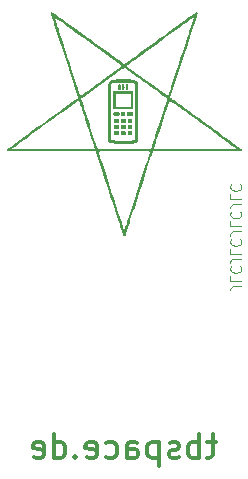
<source format=gbr>
%TF.GenerationSoftware,KiCad,Pcbnew,(6.0.4-0)*%
%TF.CreationDate,2022-12-11T03:25:18+01:00*%
%TF.ProjectId,Gigaset-Debug-Adapter,47696761-7365-4742-9d44-656275672d41,rev?*%
%TF.SameCoordinates,Original*%
%TF.FileFunction,Legend,Bot*%
%TF.FilePolarity,Positive*%
%FSLAX46Y46*%
G04 Gerber Fmt 4.6, Leading zero omitted, Abs format (unit mm)*
G04 Created by KiCad (PCBNEW (6.0.4-0)) date 2022-12-11 03:25:18*
%MOMM*%
%LPD*%
G01*
G04 APERTURE LIST*
%ADD10C,0.300000*%
%ADD11C,0.120000*%
G04 APERTURE END LIST*
D10*
X88957142Y-79571428D02*
X88195238Y-79571428D01*
X88671428Y-78904761D02*
X88671428Y-80619047D01*
X88576190Y-80809523D01*
X88385714Y-80904761D01*
X88195238Y-80904761D01*
X87528571Y-80904761D02*
X87528571Y-78904761D01*
X87528571Y-79666666D02*
X87338095Y-79571428D01*
X86957142Y-79571428D01*
X86766666Y-79666666D01*
X86671428Y-79761904D01*
X86576190Y-79952380D01*
X86576190Y-80523809D01*
X86671428Y-80714285D01*
X86766666Y-80809523D01*
X86957142Y-80904761D01*
X87338095Y-80904761D01*
X87528571Y-80809523D01*
X85814285Y-80809523D02*
X85623809Y-80904761D01*
X85242857Y-80904761D01*
X85052380Y-80809523D01*
X84957142Y-80619047D01*
X84957142Y-80523809D01*
X85052380Y-80333333D01*
X85242857Y-80238095D01*
X85528571Y-80238095D01*
X85719047Y-80142857D01*
X85814285Y-79952380D01*
X85814285Y-79857142D01*
X85719047Y-79666666D01*
X85528571Y-79571428D01*
X85242857Y-79571428D01*
X85052380Y-79666666D01*
X84100000Y-79571428D02*
X84100000Y-81571428D01*
X84100000Y-79666666D02*
X83909523Y-79571428D01*
X83528571Y-79571428D01*
X83338095Y-79666666D01*
X83242857Y-79761904D01*
X83147619Y-79952380D01*
X83147619Y-80523809D01*
X83242857Y-80714285D01*
X83338095Y-80809523D01*
X83528571Y-80904761D01*
X83909523Y-80904761D01*
X84100000Y-80809523D01*
X81433333Y-80904761D02*
X81433333Y-79857142D01*
X81528571Y-79666666D01*
X81719047Y-79571428D01*
X82100000Y-79571428D01*
X82290476Y-79666666D01*
X81433333Y-80809523D02*
X81623809Y-80904761D01*
X82100000Y-80904761D01*
X82290476Y-80809523D01*
X82385714Y-80619047D01*
X82385714Y-80428571D01*
X82290476Y-80238095D01*
X82100000Y-80142857D01*
X81623809Y-80142857D01*
X81433333Y-80047619D01*
X79623809Y-80809523D02*
X79814285Y-80904761D01*
X80195238Y-80904761D01*
X80385714Y-80809523D01*
X80480952Y-80714285D01*
X80576190Y-80523809D01*
X80576190Y-79952380D01*
X80480952Y-79761904D01*
X80385714Y-79666666D01*
X80195238Y-79571428D01*
X79814285Y-79571428D01*
X79623809Y-79666666D01*
X78004761Y-80809523D02*
X78195238Y-80904761D01*
X78576190Y-80904761D01*
X78766666Y-80809523D01*
X78861904Y-80619047D01*
X78861904Y-79857142D01*
X78766666Y-79666666D01*
X78576190Y-79571428D01*
X78195238Y-79571428D01*
X78004761Y-79666666D01*
X77909523Y-79857142D01*
X77909523Y-80047619D01*
X78861904Y-80238095D01*
X77052380Y-80714285D02*
X76957142Y-80809523D01*
X77052380Y-80904761D01*
X77147619Y-80809523D01*
X77052380Y-80714285D01*
X77052380Y-80904761D01*
X75242857Y-80904761D02*
X75242857Y-78904761D01*
X75242857Y-80809523D02*
X75433333Y-80904761D01*
X75814285Y-80904761D01*
X76004761Y-80809523D01*
X76100000Y-80714285D01*
X76195238Y-80523809D01*
X76195238Y-79952380D01*
X76100000Y-79761904D01*
X76004761Y-79666666D01*
X75814285Y-79571428D01*
X75433333Y-79571428D01*
X75242857Y-79666666D01*
X73528571Y-80809523D02*
X73719047Y-80904761D01*
X74100000Y-80904761D01*
X74290476Y-80809523D01*
X74385714Y-80619047D01*
X74385714Y-79857142D01*
X74290476Y-79666666D01*
X74100000Y-79571428D01*
X73719047Y-79571428D01*
X73528571Y-79666666D01*
X73433333Y-79857142D01*
X73433333Y-80047619D01*
X74385714Y-80238095D01*
D11*
X91082857Y-66357142D02*
X90440000Y-66357142D01*
X90311428Y-66400000D01*
X90225714Y-66485714D01*
X90182857Y-66614285D01*
X90182857Y-66700000D01*
X90182857Y-65500000D02*
X90182857Y-65928571D01*
X91082857Y-65928571D01*
X90268571Y-64685714D02*
X90225714Y-64728571D01*
X90182857Y-64857142D01*
X90182857Y-64942857D01*
X90225714Y-65071428D01*
X90311428Y-65157142D01*
X90397142Y-65200000D01*
X90568571Y-65242857D01*
X90697142Y-65242857D01*
X90868571Y-65200000D01*
X90954285Y-65157142D01*
X91040000Y-65071428D01*
X91082857Y-64942857D01*
X91082857Y-64857142D01*
X91040000Y-64728571D01*
X90997142Y-64685714D01*
X91082857Y-64042857D02*
X90440000Y-64042857D01*
X90311428Y-64085714D01*
X90225714Y-64171428D01*
X90182857Y-64300000D01*
X90182857Y-64385714D01*
X90182857Y-63185714D02*
X90182857Y-63614285D01*
X91082857Y-63614285D01*
X90268571Y-62371428D02*
X90225714Y-62414285D01*
X90182857Y-62542857D01*
X90182857Y-62628571D01*
X90225714Y-62757142D01*
X90311428Y-62842857D01*
X90397142Y-62885714D01*
X90568571Y-62928571D01*
X90697142Y-62928571D01*
X90868571Y-62885714D01*
X90954285Y-62842857D01*
X91040000Y-62757142D01*
X91082857Y-62628571D01*
X91082857Y-62542857D01*
X91040000Y-62414285D01*
X90997142Y-62371428D01*
X91082857Y-61728571D02*
X90440000Y-61728571D01*
X90311428Y-61771428D01*
X90225714Y-61857142D01*
X90182857Y-61985714D01*
X90182857Y-62071428D01*
X90182857Y-60871428D02*
X90182857Y-61300000D01*
X91082857Y-61300000D01*
X90268571Y-60057142D02*
X90225714Y-60100000D01*
X90182857Y-60228571D01*
X90182857Y-60314285D01*
X90225714Y-60442857D01*
X90311428Y-60528571D01*
X90397142Y-60571428D01*
X90568571Y-60614285D01*
X90697142Y-60614285D01*
X90868571Y-60571428D01*
X90954285Y-60528571D01*
X91040000Y-60442857D01*
X91082857Y-60314285D01*
X91082857Y-60228571D01*
X91040000Y-60100000D01*
X90997142Y-60057142D01*
X91082857Y-59414285D02*
X90440000Y-59414285D01*
X90311428Y-59457142D01*
X90225714Y-59542857D01*
X90182857Y-59671428D01*
X90182857Y-59757142D01*
X90182857Y-58557142D02*
X90182857Y-58985714D01*
X91082857Y-58985714D01*
X90268571Y-57742857D02*
X90225714Y-57785714D01*
X90182857Y-57914285D01*
X90182857Y-58000000D01*
X90225714Y-58128571D01*
X90311428Y-58214285D01*
X90397142Y-58257142D01*
X90568571Y-58300000D01*
X90697142Y-58300000D01*
X90868571Y-58257142D01*
X90954285Y-58214285D01*
X91040000Y-58128571D01*
X91082857Y-58000000D01*
X91082857Y-57914285D01*
X91040000Y-57785714D01*
X90997142Y-57742857D01*
%TO.C,G\u002A\u002A\u002A*%
G36*
X81448162Y-49241083D02*
G01*
X81468517Y-49251726D01*
X81474259Y-49267866D01*
X81472673Y-49275340D01*
X81488900Y-49283333D01*
X81490642Y-49283363D01*
X81508625Y-49289477D01*
X81520905Y-49309580D01*
X81528463Y-49348495D01*
X81532280Y-49411047D01*
X81533334Y-49502060D01*
X81531730Y-49582524D01*
X81524763Y-49647810D01*
X81510255Y-49691428D01*
X81486053Y-49719480D01*
X81450000Y-49738066D01*
X81434890Y-49743190D01*
X81395575Y-49746321D01*
X81357353Y-49726373D01*
X81345246Y-49715061D01*
X81334396Y-49693973D01*
X81327305Y-49659158D01*
X81322763Y-49604081D01*
X81319560Y-49522207D01*
X81318754Y-49442273D01*
X81323049Y-49355615D01*
X81333076Y-49294620D01*
X81348379Y-49261750D01*
X81368499Y-49259466D01*
X81378185Y-49262410D01*
X81399783Y-49250352D01*
X81413007Y-49240075D01*
X81448162Y-49241083D01*
G37*
G36*
X81771544Y-52702725D02*
G01*
X81819074Y-52707984D01*
X81848966Y-52716113D01*
X81855712Y-52720464D01*
X81867809Y-52736614D01*
X81875408Y-52766292D01*
X81879747Y-52816097D01*
X81882063Y-52892627D01*
X81882451Y-52921200D01*
X81881290Y-52993380D01*
X81876340Y-53033452D01*
X81867527Y-53042198D01*
X81860324Y-53039315D01*
X81850000Y-53049016D01*
X81837838Y-53055712D01*
X81800109Y-53061489D01*
X81745063Y-53065230D01*
X81681156Y-53066752D01*
X81616845Y-53065870D01*
X81560585Y-53062401D01*
X81520834Y-53056162D01*
X81510847Y-53053056D01*
X81495841Y-53042798D01*
X81487573Y-53021444D01*
X81484064Y-52981583D01*
X81483334Y-52915808D01*
X81483347Y-52910683D01*
X81486372Y-52837500D01*
X81493836Y-52775311D01*
X81504464Y-52729700D01*
X81516984Y-52706250D01*
X81530124Y-52710544D01*
X81534944Y-52715894D01*
X81560141Y-52726480D01*
X81587299Y-52726074D01*
X81600000Y-52713889D01*
X81600622Y-52712120D01*
X81620915Y-52705032D01*
X81662685Y-52701161D01*
X81716155Y-52700421D01*
X81771544Y-52702725D01*
G37*
G36*
X80266667Y-51367548D02*
G01*
X80266667Y-50050911D01*
X80476485Y-50050911D01*
X80477732Y-50063863D01*
X80478475Y-50071498D01*
X80479784Y-50109159D01*
X80480949Y-50173754D01*
X80481929Y-50261111D01*
X80482681Y-50367057D01*
X80483164Y-50487421D01*
X80483334Y-50618030D01*
X80483334Y-51150000D01*
X81733334Y-51150000D01*
X81733334Y-50600983D01*
X81732854Y-50442409D01*
X81731394Y-50304888D01*
X81728999Y-50194507D01*
X81725716Y-50112813D01*
X81721590Y-50061350D01*
X81716667Y-50041667D01*
X81710211Y-50039062D01*
X81700000Y-50049016D01*
X81696874Y-50052993D01*
X81669349Y-50060208D01*
X81619781Y-50064984D01*
X81555936Y-50067382D01*
X81485580Y-50067463D01*
X81416479Y-50065287D01*
X81356400Y-50060917D01*
X81313109Y-50054412D01*
X81294372Y-50045833D01*
X81288000Y-50033551D01*
X81284650Y-50045833D01*
X81284177Y-50047531D01*
X81272549Y-50054049D01*
X81243068Y-50059021D01*
X81192639Y-50062608D01*
X81118168Y-50064970D01*
X81016561Y-50066269D01*
X80884723Y-50066667D01*
X80808660Y-50066437D01*
X80704106Y-50065313D01*
X80614205Y-50063380D01*
X80543627Y-50060782D01*
X80497043Y-50057663D01*
X80479121Y-50054167D01*
X80476485Y-50050911D01*
X80266667Y-50050911D01*
X80266667Y-49833025D01*
X81941667Y-49841667D01*
X81946001Y-50602985D01*
X81949115Y-51150000D01*
X81950335Y-51364304D01*
X80266667Y-51367548D01*
G37*
G36*
X81171798Y-52700548D02*
G01*
X81238750Y-52706421D01*
X81281163Y-52723271D01*
X81304587Y-52756608D01*
X81314572Y-52811943D01*
X81316667Y-52894787D01*
X81316458Y-52939790D01*
X81314420Y-52992043D01*
X81308720Y-53022817D01*
X81297566Y-53039500D01*
X81279167Y-53049480D01*
X81247756Y-53057129D01*
X81192327Y-53063018D01*
X81125327Y-53065677D01*
X81055714Y-53065197D01*
X80992445Y-53061669D01*
X80944478Y-53055184D01*
X80920772Y-53045833D01*
X80917005Y-53038333D01*
X80909316Y-53000620D01*
X80904271Y-52944068D01*
X80902074Y-52878970D01*
X80902930Y-52815624D01*
X80907042Y-52764324D01*
X80914614Y-52735365D01*
X80924513Y-52725290D01*
X80946985Y-52723136D01*
X80953980Y-52725868D01*
X80974832Y-52716938D01*
X80977600Y-52714583D01*
X81005896Y-52707152D01*
X81056417Y-52701956D01*
X81120505Y-52700000D01*
X81171798Y-52700548D01*
G37*
G36*
X81723354Y-52182427D02*
G01*
X81788319Y-52186610D01*
X81838725Y-52194697D01*
X81865299Y-52206685D01*
X81868130Y-52211231D01*
X81876345Y-52244071D01*
X81880652Y-52294963D01*
X81881354Y-52355353D01*
X81878753Y-52416689D01*
X81873153Y-52470416D01*
X81864857Y-52507982D01*
X81854167Y-52520833D01*
X81845893Y-52520605D01*
X81833334Y-52533916D01*
X81831572Y-52536991D01*
X81804945Y-52543960D01*
X81747904Y-52547152D01*
X81662500Y-52546416D01*
X81491667Y-52541667D01*
X81486853Y-52385821D01*
X81486422Y-52299483D01*
X81491308Y-52237897D01*
X81501394Y-52206655D01*
X81503342Y-52204735D01*
X81533824Y-52193300D01*
X81586834Y-52185771D01*
X81653102Y-52182147D01*
X81723354Y-52182427D01*
G37*
G36*
X80585597Y-52183854D02*
G01*
X80652901Y-52187394D01*
X80694550Y-52194802D01*
X80715299Y-52206685D01*
X80718130Y-52211231D01*
X80726345Y-52244071D01*
X80730652Y-52294963D01*
X80731354Y-52355353D01*
X80728753Y-52416689D01*
X80723153Y-52470416D01*
X80714857Y-52507982D01*
X80704167Y-52520833D01*
X80695915Y-52520554D01*
X80683334Y-52533333D01*
X80680542Y-52536805D01*
X80652427Y-52543788D01*
X80598128Y-52548360D01*
X80522671Y-52550000D01*
X80451596Y-52549159D01*
X80388887Y-52543220D01*
X80349583Y-52527478D01*
X80328193Y-52497242D01*
X80319227Y-52447826D01*
X80317197Y-52374542D01*
X80318232Y-52308002D01*
X80326098Y-52250637D01*
X80346166Y-52214169D01*
X80383703Y-52193917D01*
X80443972Y-52185199D01*
X80532238Y-52183333D01*
X80585597Y-52183854D01*
G37*
G36*
X80564016Y-52700748D02*
G01*
X80623508Y-52703866D01*
X80671889Y-52709373D01*
X80701096Y-52717253D01*
X80710771Y-52723550D01*
X80722568Y-52739599D01*
X80729405Y-52768226D01*
X80732565Y-52816343D01*
X80733334Y-52890864D01*
X80733192Y-52917845D01*
X80730338Y-52992670D01*
X80723555Y-53037823D01*
X80712500Y-53056016D01*
X80699018Y-53058526D01*
X80656461Y-53061524D01*
X80594194Y-53063371D01*
X80520350Y-53063738D01*
X80436425Y-53062332D01*
X80378635Y-53056284D01*
X80343269Y-53041023D01*
X80324821Y-53011965D01*
X80317788Y-52964527D01*
X80316667Y-52894125D01*
X80318692Y-52818245D01*
X80325889Y-52767875D01*
X80339583Y-52741169D01*
X80361101Y-52733333D01*
X80371567Y-52731213D01*
X80375000Y-52716667D01*
X80376201Y-52712448D01*
X80399506Y-52705868D01*
X80443952Y-52701735D01*
X80501476Y-52700033D01*
X80564016Y-52700748D01*
G37*
G36*
X81188762Y-52184657D02*
G01*
X81248974Y-52191490D01*
X81286558Y-52208169D01*
X81306827Y-52239027D01*
X81315092Y-52288399D01*
X81316667Y-52360619D01*
X81316648Y-52366563D01*
X81314037Y-52431619D01*
X81307883Y-52485751D01*
X81299414Y-52517762D01*
X81290052Y-52530739D01*
X81272314Y-52540851D01*
X81240949Y-52546683D01*
X81189393Y-52549358D01*
X81111081Y-52550000D01*
X81096880Y-52549960D01*
X81008273Y-52547280D01*
X80948615Y-52540554D01*
X80920000Y-52530000D01*
X80916598Y-52524992D01*
X80907537Y-52490242D01*
X80902028Y-52435386D01*
X80900157Y-52370457D01*
X80902012Y-52305488D01*
X80907682Y-52250515D01*
X80917254Y-52215571D01*
X80925332Y-52203878D01*
X80942337Y-52193109D01*
X80972546Y-52186887D01*
X81022664Y-52184024D01*
X81099396Y-52183333D01*
X81100610Y-52183333D01*
X81188762Y-52184657D01*
G37*
G36*
X82400269Y-51274850D02*
G01*
X82400401Y-51517537D01*
X82400374Y-51761666D01*
X82400187Y-52004950D01*
X82399842Y-52245099D01*
X82399339Y-52479826D01*
X82398677Y-52706843D01*
X82397858Y-52923863D01*
X82396881Y-53128598D01*
X82395747Y-53318759D01*
X82394456Y-53492059D01*
X82393008Y-53646210D01*
X82391405Y-53778924D01*
X82389645Y-53887914D01*
X82387729Y-53970891D01*
X82385659Y-54025567D01*
X82383433Y-54049655D01*
X82375087Y-54070509D01*
X82343698Y-54120284D01*
X82302216Y-54166518D01*
X82264753Y-54196975D01*
X82223152Y-54219859D01*
X82168770Y-54238091D01*
X82091450Y-54255982D01*
X82065417Y-54261341D01*
X81995758Y-54275200D01*
X81937736Y-54286088D01*
X81901833Y-54292011D01*
X81890084Y-54293693D01*
X81839886Y-54302296D01*
X81783334Y-54313374D01*
X81778529Y-54314374D01*
X81725824Y-54324265D01*
X81675276Y-54330819D01*
X81615056Y-54335237D01*
X81533334Y-54338718D01*
X81503362Y-54340619D01*
X81465004Y-54346502D01*
X81450000Y-54354167D01*
X81449773Y-54356589D01*
X81435760Y-54366502D01*
X81411771Y-54362092D01*
X81394325Y-54345833D01*
X81385529Y-54333806D01*
X81370531Y-54346785D01*
X81363940Y-54352096D01*
X81342132Y-54358265D01*
X81302779Y-54362043D01*
X81241946Y-54363597D01*
X81155697Y-54363092D01*
X81040095Y-54360694D01*
X80941197Y-54357886D01*
X80846614Y-54354541D01*
X80766538Y-54351032D01*
X80707243Y-54347634D01*
X80675000Y-54344624D01*
X80638410Y-54339654D01*
X80578124Y-54332957D01*
X80511570Y-54326638D01*
X80452575Y-54319998D01*
X80400405Y-54311144D01*
X80369904Y-54302341D01*
X80352299Y-54295929D01*
X80320834Y-54295308D01*
X80312065Y-54297154D01*
X80300000Y-54288889D01*
X80299998Y-54288747D01*
X80285144Y-54278070D01*
X80250000Y-54271759D01*
X80199077Y-54268273D01*
X80159714Y-54264638D01*
X80135549Y-54260436D01*
X80116667Y-54254372D01*
X80092668Y-54247266D01*
X80050000Y-54238641D01*
X79990490Y-54221542D01*
X79916510Y-54177307D01*
X79861407Y-54116667D01*
X79825000Y-54058333D01*
X79823592Y-52937027D01*
X80065947Y-52937027D01*
X80067826Y-53002801D01*
X80072109Y-53061334D01*
X80078699Y-53104360D01*
X80087500Y-53123611D01*
X80099362Y-53131815D01*
X80088102Y-53142855D01*
X80076322Y-53156233D01*
X80087173Y-53183287D01*
X80098055Y-53216333D01*
X80086572Y-53257882D01*
X80072046Y-53303732D01*
X80067236Y-53350153D01*
X80072410Y-53385847D01*
X80087500Y-53400255D01*
X80099534Y-53402629D01*
X80087062Y-53414009D01*
X80079322Y-53426067D01*
X80073470Y-53456420D01*
X80070186Y-53508430D01*
X80069238Y-53585972D01*
X80070396Y-53692921D01*
X80071891Y-53774330D01*
X80073919Y-53850749D01*
X80076824Y-53902664D01*
X80081370Y-53934994D01*
X80088321Y-53952657D01*
X80098443Y-53960572D01*
X80112500Y-53963659D01*
X80135831Y-53970247D01*
X80150000Y-53983969D01*
X80153595Y-53990277D01*
X80175213Y-53989279D01*
X80188591Y-53986641D01*
X80221046Y-53995460D01*
X80224939Y-53997886D01*
X80259057Y-54007816D01*
X80306369Y-54012404D01*
X80318088Y-54012825D01*
X80359464Y-54018256D01*
X80381369Y-54027579D01*
X80382691Y-54029000D01*
X80408104Y-54038782D01*
X80450000Y-54044091D01*
X80473032Y-54045505D01*
X80530095Y-54050220D01*
X80603598Y-54057162D01*
X80683334Y-54065398D01*
X80706468Y-54067827D01*
X80797397Y-54076315D01*
X80891749Y-54083727D01*
X80983421Y-54089736D01*
X81066310Y-54094014D01*
X81134314Y-54096235D01*
X81181329Y-54096070D01*
X81201253Y-54093192D01*
X81201485Y-54093015D01*
X81221751Y-54089461D01*
X81268271Y-54085223D01*
X81334384Y-54080817D01*
X81413424Y-54076759D01*
X81417032Y-54076597D01*
X81496517Y-54072369D01*
X81563578Y-54067613D01*
X81611252Y-54062900D01*
X81632577Y-54058801D01*
X81641396Y-54055602D01*
X81677398Y-54048717D01*
X81727598Y-54042809D01*
X81748912Y-54040559D01*
X81811581Y-54030836D01*
X81862500Y-54018986D01*
X81863529Y-54018671D01*
X81902592Y-54010962D01*
X81916667Y-54018258D01*
X81917062Y-54020054D01*
X81933516Y-54021446D01*
X81966667Y-54008333D01*
X81972672Y-54005315D01*
X82003931Y-53993115D01*
X82016667Y-53994572D01*
X82019858Y-53997915D01*
X82036667Y-53986667D01*
X82049697Y-53977219D01*
X82086667Y-53966667D01*
X82089091Y-53966374D01*
X82093053Y-53963763D01*
X82096616Y-53957084D01*
X82099802Y-53944714D01*
X82102632Y-53925024D01*
X82105127Y-53896390D01*
X82107308Y-53857186D01*
X82109197Y-53805786D01*
X82110813Y-53740563D01*
X82112178Y-53659892D01*
X82113313Y-53562148D01*
X82114239Y-53445703D01*
X82114977Y-53308932D01*
X82115547Y-53150209D01*
X82115972Y-52967909D01*
X82116272Y-52760405D01*
X82116468Y-52526071D01*
X82116581Y-52263282D01*
X82116632Y-51970411D01*
X82116641Y-51645833D01*
X82116650Y-51496592D01*
X82116716Y-51180103D01*
X82116785Y-50894592D01*
X82116779Y-50638423D01*
X82116620Y-50409960D01*
X82116230Y-50207567D01*
X82115532Y-50029606D01*
X82114448Y-49874444D01*
X82112899Y-49740442D01*
X82110809Y-49625965D01*
X82108099Y-49529376D01*
X82104692Y-49449040D01*
X82100510Y-49383320D01*
X82095474Y-49330581D01*
X82089508Y-49289185D01*
X82082534Y-49257496D01*
X82074473Y-49233879D01*
X82065248Y-49216697D01*
X82054781Y-49204315D01*
X82042995Y-49195095D01*
X82029810Y-49187402D01*
X82015151Y-49179599D01*
X81998939Y-49170050D01*
X81939544Y-49131767D01*
X81112461Y-49132209D01*
X81085555Y-49132226D01*
X80923552Y-49132429D01*
X80771940Y-49132788D01*
X80633995Y-49133284D01*
X80512997Y-49133899D01*
X80412222Y-49134613D01*
X80334947Y-49135407D01*
X80284451Y-49136262D01*
X80264010Y-49137159D01*
X80258858Y-49138924D01*
X80229256Y-49157227D01*
X80192154Y-49187423D01*
X80180769Y-49197505D01*
X80148945Y-49223004D01*
X80130974Y-49233256D01*
X80125480Y-49235304D01*
X80114726Y-49256699D01*
X80106903Y-49303038D01*
X80101838Y-49376398D01*
X80099357Y-49478859D01*
X80099287Y-49612500D01*
X80099488Y-49709195D01*
X80098125Y-49796718D01*
X80094859Y-49855895D01*
X80089528Y-49889423D01*
X80081969Y-49900000D01*
X80071308Y-49903686D01*
X80081012Y-49922202D01*
X80081948Y-49924119D01*
X80085979Y-49952117D01*
X80089526Y-50008733D01*
X80092587Y-50090095D01*
X80095157Y-50192331D01*
X80097235Y-50311570D01*
X80098815Y-50443939D01*
X80099896Y-50585568D01*
X80100474Y-50732585D01*
X80100545Y-50881118D01*
X80100106Y-51027295D01*
X80099154Y-51167244D01*
X80097686Y-51297095D01*
X80095699Y-51412975D01*
X80093188Y-51511012D01*
X80090152Y-51587336D01*
X80086585Y-51638074D01*
X80082486Y-51659354D01*
X80074209Y-51672995D01*
X80082525Y-51691166D01*
X80084227Y-51693107D01*
X80090662Y-51720107D01*
X80095506Y-51772468D01*
X80098783Y-51843737D01*
X80100519Y-51927462D01*
X80100739Y-52017188D01*
X80099469Y-52106464D01*
X80096735Y-52188836D01*
X80092562Y-52257852D01*
X80086975Y-52307057D01*
X80080001Y-52330000D01*
X80068405Y-52345080D01*
X80080001Y-52350000D01*
X80088909Y-52357257D01*
X80097323Y-52388058D01*
X80100507Y-52432825D01*
X80098510Y-52480361D01*
X80091380Y-52519472D01*
X80079167Y-52538962D01*
X80066885Y-52545334D01*
X80079167Y-52548684D01*
X80082356Y-52550052D01*
X80092024Y-52572513D01*
X80098158Y-52614423D01*
X80100556Y-52665288D01*
X80099018Y-52714613D01*
X80093345Y-52751904D01*
X80083334Y-52766667D01*
X80075699Y-52778928D01*
X80069787Y-52816823D01*
X80066569Y-52872279D01*
X80065947Y-52937027D01*
X79823592Y-52937027D01*
X79822018Y-51683333D01*
X79821767Y-51449183D01*
X79821586Y-51176691D01*
X79821531Y-50914431D01*
X79821596Y-50664329D01*
X79821778Y-50428309D01*
X79822072Y-50208298D01*
X79822472Y-50006218D01*
X79822975Y-49823997D01*
X79823576Y-49663559D01*
X79824270Y-49526828D01*
X79825052Y-49415731D01*
X79825918Y-49332191D01*
X79826863Y-49278135D01*
X79827882Y-49255487D01*
X79841853Y-49210722D01*
X79865467Y-49171794D01*
X79882775Y-49147935D01*
X79888818Y-49124640D01*
X79890040Y-49115586D01*
X79907418Y-49085994D01*
X79938085Y-49047373D01*
X79974393Y-49008284D01*
X80008692Y-48977284D01*
X80033334Y-48962932D01*
X80051663Y-48955834D01*
X80083334Y-48932176D01*
X80091488Y-48923914D01*
X80108324Y-48909425D01*
X80128381Y-48897242D01*
X80154397Y-48887173D01*
X80189108Y-48879023D01*
X80235251Y-48872599D01*
X80295566Y-48867708D01*
X80372789Y-48864155D01*
X80469657Y-48861748D01*
X80588908Y-48860293D01*
X80733279Y-48859596D01*
X80905509Y-48859463D01*
X81108334Y-48859702D01*
X81258945Y-48859957D01*
X81434716Y-48860314D01*
X81581652Y-48860753D01*
X81702338Y-48861346D01*
X81799354Y-48862163D01*
X81875285Y-48863278D01*
X81932712Y-48864761D01*
X81974219Y-48866685D01*
X82002387Y-48869122D01*
X82019800Y-48872143D01*
X82029041Y-48875821D01*
X82032691Y-48880226D01*
X82033334Y-48885432D01*
X82034261Y-48890510D01*
X82048657Y-48892497D01*
X82060440Y-48890716D01*
X82086554Y-48904013D01*
X82100281Y-48914800D01*
X82130758Y-48929564D01*
X82142190Y-48932881D01*
X82190125Y-48960173D01*
X82241036Y-49004561D01*
X82287093Y-49057385D01*
X82320469Y-49109982D01*
X82333334Y-49153691D01*
X82337887Y-49176304D01*
X82359292Y-49211673D01*
X82373064Y-49231569D01*
X82376687Y-49259948D01*
X82374569Y-49270340D01*
X82384062Y-49292116D01*
X82386152Y-49307840D01*
X82388219Y-49354773D01*
X82390123Y-49430602D01*
X82391864Y-49533040D01*
X82393444Y-49659797D01*
X82394861Y-49808588D01*
X82396116Y-49977122D01*
X82397210Y-50163114D01*
X82398143Y-50364275D01*
X82398915Y-50578317D01*
X82399527Y-50802952D01*
X82399704Y-50894592D01*
X82399978Y-51035892D01*
X82400269Y-51274850D01*
G37*
G36*
X85264917Y-50507177D02*
G01*
X85338894Y-50560782D01*
X85435923Y-50631090D01*
X85554734Y-50717181D01*
X85694055Y-50818133D01*
X85852615Y-50933025D01*
X86029143Y-51060936D01*
X86222367Y-51200945D01*
X86431016Y-51352131D01*
X86653818Y-51513572D01*
X86889503Y-51684347D01*
X87136799Y-51863535D01*
X87394435Y-52050215D01*
X87661139Y-52243466D01*
X87935640Y-52442367D01*
X88216667Y-52645995D01*
X88269059Y-52683958D01*
X88596899Y-52921517D01*
X88898962Y-53140430D01*
X89176304Y-53341482D01*
X89429983Y-53525459D01*
X89661055Y-53693147D01*
X89870579Y-53845333D01*
X90059612Y-53982801D01*
X90229210Y-54106339D01*
X90380431Y-54216732D01*
X90514332Y-54314766D01*
X90631971Y-54401227D01*
X90734404Y-54476902D01*
X90822689Y-54542575D01*
X90897883Y-54599033D01*
X90961044Y-54647062D01*
X91013227Y-54687448D01*
X91053005Y-54719004D01*
X91055492Y-54720977D01*
X91088895Y-54748435D01*
X91114492Y-54770608D01*
X91133342Y-54788281D01*
X91146502Y-54802242D01*
X91155029Y-54813275D01*
X91159980Y-54822167D01*
X91162412Y-54829704D01*
X91163383Y-54836671D01*
X91161687Y-54880336D01*
X91141359Y-54922927D01*
X91138265Y-54925103D01*
X91130401Y-54927959D01*
X91117273Y-54930590D01*
X91097606Y-54933004D01*
X91070123Y-54935212D01*
X91033549Y-54937222D01*
X90986607Y-54939043D01*
X90928022Y-54940684D01*
X90856519Y-54942155D01*
X90770820Y-54943465D01*
X90669650Y-54944623D01*
X90551734Y-54945638D01*
X90415795Y-54946519D01*
X90260557Y-54947276D01*
X90084745Y-54947917D01*
X89887083Y-54948452D01*
X89666294Y-54948889D01*
X89421103Y-54949239D01*
X89150235Y-54949509D01*
X88852412Y-54949710D01*
X88526360Y-54949851D01*
X88170802Y-54949940D01*
X87784463Y-54949986D01*
X87366066Y-54950000D01*
X83617845Y-54950000D01*
X83613794Y-54962500D01*
X83519261Y-55254167D01*
X83488504Y-55349034D01*
X83409760Y-55591699D01*
X83326394Y-55848322D01*
X83238940Y-56117273D01*
X83147932Y-56396922D01*
X83053904Y-56685638D01*
X82957389Y-56981791D01*
X82858922Y-57283749D01*
X82759036Y-57589884D01*
X82658265Y-57898564D01*
X82557143Y-58208159D01*
X82456203Y-58517039D01*
X82355981Y-58823572D01*
X82257008Y-59126130D01*
X82159820Y-59423080D01*
X82064951Y-59712794D01*
X81972933Y-59993639D01*
X81884301Y-60263987D01*
X81799588Y-60522206D01*
X81719330Y-60766666D01*
X81644058Y-60995737D01*
X81574308Y-61207788D01*
X81510613Y-61401189D01*
X81453507Y-61574310D01*
X81403523Y-61725519D01*
X81361196Y-61853186D01*
X81327059Y-61955682D01*
X81301647Y-62031375D01*
X81285493Y-62078636D01*
X81279131Y-62095833D01*
X81276220Y-62098733D01*
X81245301Y-62111487D01*
X81200000Y-62116667D01*
X81191129Y-62116464D01*
X81147319Y-62109543D01*
X81120870Y-62095833D01*
X81119485Y-62092536D01*
X81109053Y-62062844D01*
X81089047Y-62003755D01*
X81060001Y-61916901D01*
X81022450Y-61803911D01*
X80976926Y-61666416D01*
X80923964Y-61506046D01*
X80864098Y-61324433D01*
X80797862Y-61123205D01*
X80725788Y-60903995D01*
X80648412Y-60668432D01*
X80566267Y-60418146D01*
X80479887Y-60154768D01*
X80389805Y-59879929D01*
X80296556Y-59595259D01*
X80200673Y-59302388D01*
X80102691Y-59002946D01*
X80003143Y-58698565D01*
X79902562Y-58390875D01*
X79801484Y-58081506D01*
X79700441Y-57772088D01*
X79599967Y-57464252D01*
X79500597Y-57159629D01*
X79402864Y-56859848D01*
X79307302Y-56566540D01*
X79214444Y-56281337D01*
X79124826Y-56005867D01*
X79038980Y-55741762D01*
X78957440Y-55490651D01*
X78880740Y-55254167D01*
X78786207Y-54962500D01*
X79016316Y-54962500D01*
X79020021Y-54974994D01*
X79033545Y-55017767D01*
X79056522Y-55089503D01*
X79088477Y-55188734D01*
X79128931Y-55313990D01*
X79177409Y-55463803D01*
X79233434Y-55636704D01*
X79296528Y-55831223D01*
X79366214Y-56045892D01*
X79442016Y-56279242D01*
X79523458Y-56529804D01*
X79610061Y-56796109D01*
X79701349Y-57076688D01*
X79796846Y-57370071D01*
X79896073Y-57674791D01*
X79998556Y-57989378D01*
X80103816Y-58312363D01*
X80194559Y-58590660D01*
X80297537Y-58906261D01*
X80397404Y-59212098D01*
X80493681Y-59506709D01*
X80585887Y-59788630D01*
X80673541Y-60056401D01*
X80756164Y-60308559D01*
X80833276Y-60543641D01*
X80904395Y-60760185D01*
X80969042Y-60956730D01*
X81026736Y-61131813D01*
X81076997Y-61283972D01*
X81119345Y-61411744D01*
X81153300Y-61513668D01*
X81178381Y-61588281D01*
X81194108Y-61634121D01*
X81200000Y-61649726D01*
X81201719Y-61645560D01*
X81212568Y-61614372D01*
X81232847Y-61554186D01*
X81261973Y-61466783D01*
X81299365Y-61353945D01*
X81344442Y-61217455D01*
X81396620Y-61059094D01*
X81455319Y-60880644D01*
X81519956Y-60683887D01*
X81589949Y-60470605D01*
X81664717Y-60242580D01*
X81743678Y-60001594D01*
X81826250Y-59749428D01*
X81911850Y-59487865D01*
X81999898Y-59218686D01*
X82089811Y-58943673D01*
X82181007Y-58664609D01*
X82272905Y-58383275D01*
X82364923Y-58101453D01*
X82456478Y-57820925D01*
X82546989Y-57543473D01*
X82635874Y-57270879D01*
X82722551Y-57004925D01*
X82806439Y-56747392D01*
X82886955Y-56500063D01*
X82963517Y-56264719D01*
X83035544Y-56043142D01*
X83102454Y-55837115D01*
X83163664Y-55648419D01*
X83218594Y-55478836D01*
X83266661Y-55330148D01*
X83307283Y-55204137D01*
X83339878Y-55102585D01*
X83363865Y-55027273D01*
X83378661Y-54979984D01*
X83383685Y-54962500D01*
X83382198Y-54962039D01*
X83356248Y-54960526D01*
X83299497Y-54959070D01*
X83213893Y-54957682D01*
X83101388Y-54956373D01*
X82963931Y-54955154D01*
X82803472Y-54954037D01*
X82621961Y-54953033D01*
X82421348Y-54952153D01*
X82203583Y-54951408D01*
X81970615Y-54950808D01*
X81724396Y-54950367D01*
X81466874Y-54950093D01*
X81200000Y-54950000D01*
X81119539Y-54950008D01*
X80855250Y-54950157D01*
X80600896Y-54950481D01*
X80358425Y-54950971D01*
X80129788Y-54951615D01*
X79916934Y-54952402D01*
X79721815Y-54953320D01*
X79546379Y-54954359D01*
X79392576Y-54955508D01*
X79262357Y-54956754D01*
X79157672Y-54958088D01*
X79080470Y-54959498D01*
X79032701Y-54960972D01*
X79016316Y-54962500D01*
X78786207Y-54962500D01*
X78782156Y-54950000D01*
X75033935Y-54950000D01*
X74732626Y-54949993D01*
X74337190Y-54949957D01*
X73972903Y-54949881D01*
X73638489Y-54949757D01*
X73332671Y-54949574D01*
X73054175Y-54949324D01*
X72801724Y-54948998D01*
X72574043Y-54948587D01*
X72369855Y-54948081D01*
X72187884Y-54947472D01*
X72026855Y-54946749D01*
X71885492Y-54945905D01*
X71762519Y-54944930D01*
X71656660Y-54943814D01*
X71566638Y-54942549D01*
X71491180Y-54941125D01*
X71429007Y-54939533D01*
X71378845Y-54937765D01*
X71339417Y-54935810D01*
X71309449Y-54933660D01*
X71287662Y-54931306D01*
X71272783Y-54928739D01*
X71263535Y-54925949D01*
X71258642Y-54922927D01*
X71241854Y-54894237D01*
X71236618Y-54836192D01*
X71237520Y-54829305D01*
X71239798Y-54821767D01*
X71244507Y-54812952D01*
X71252715Y-54802066D01*
X71265489Y-54788314D01*
X71283898Y-54770902D01*
X71309010Y-54749035D01*
X71341893Y-54721919D01*
X71345933Y-54718708D01*
X71692500Y-54718708D01*
X71694782Y-54719354D01*
X71723321Y-54720840D01*
X71783316Y-54722270D01*
X71873450Y-54723639D01*
X71992405Y-54724941D01*
X72138864Y-54726170D01*
X72311509Y-54727321D01*
X72509022Y-54728389D01*
X72730087Y-54729368D01*
X72973385Y-54730252D01*
X73237599Y-54731037D01*
X73521412Y-54731715D01*
X73823505Y-54732283D01*
X74142561Y-54732734D01*
X74477263Y-54733063D01*
X74826293Y-54733265D01*
X75188334Y-54733333D01*
X75482653Y-54733289D01*
X75814612Y-54733133D01*
X76136301Y-54732868D01*
X76446181Y-54732499D01*
X76742716Y-54732034D01*
X77024368Y-54731476D01*
X77289600Y-54730832D01*
X77536873Y-54730107D01*
X77764651Y-54729306D01*
X77971396Y-54728435D01*
X78155570Y-54727499D01*
X78315636Y-54726504D01*
X78450056Y-54725456D01*
X78557293Y-54724359D01*
X78635809Y-54723219D01*
X78684067Y-54722042D01*
X78700529Y-54720833D01*
X78698372Y-54712604D01*
X78686966Y-54675321D01*
X78666416Y-54610177D01*
X78637472Y-54519463D01*
X78600879Y-54405470D01*
X78557384Y-54270490D01*
X78507735Y-54116813D01*
X78452678Y-53946730D01*
X78392961Y-53762534D01*
X78329329Y-53566514D01*
X78262531Y-53360963D01*
X78193314Y-53148171D01*
X78122424Y-52930429D01*
X78050607Y-52710029D01*
X77978612Y-52489261D01*
X77907186Y-52270418D01*
X77837074Y-52055789D01*
X77769024Y-51847667D01*
X77703784Y-51648342D01*
X77642099Y-51460106D01*
X77584718Y-51285249D01*
X77532387Y-51126063D01*
X77485852Y-50984840D01*
X77445862Y-50863869D01*
X77413162Y-50765443D01*
X77388500Y-50691852D01*
X77372624Y-50645388D01*
X77366279Y-50628341D01*
X77365576Y-50628570D01*
X77346303Y-50641143D01*
X77301862Y-50671938D01*
X77233777Y-50719857D01*
X77143573Y-50783800D01*
X77032774Y-50862669D01*
X76902904Y-50955365D01*
X76755488Y-51060789D01*
X76592049Y-51177842D01*
X76414112Y-51305426D01*
X76223201Y-51442440D01*
X76020841Y-51587787D01*
X75808556Y-51740367D01*
X75587870Y-51899082D01*
X75360307Y-52062833D01*
X75127392Y-52230520D01*
X74890649Y-52401046D01*
X74651603Y-52573310D01*
X74411776Y-52746215D01*
X74172695Y-52918660D01*
X73935883Y-53089549D01*
X73702864Y-53257780D01*
X73475162Y-53422257D01*
X73254303Y-53581878D01*
X73041810Y-53735547D01*
X72839207Y-53882164D01*
X72648019Y-54020629D01*
X72469771Y-54149845D01*
X72305985Y-54268712D01*
X72158187Y-54376131D01*
X72027902Y-54471004D01*
X71916652Y-54552231D01*
X71825963Y-54618714D01*
X71757358Y-54669354D01*
X71712363Y-54703051D01*
X71692500Y-54718708D01*
X71345933Y-54718708D01*
X71383616Y-54688759D01*
X71435247Y-54648761D01*
X71497854Y-54601130D01*
X71572504Y-54545073D01*
X71660267Y-54479794D01*
X71762211Y-54404498D01*
X71879403Y-54318393D01*
X72012912Y-54220682D01*
X72163806Y-54110572D01*
X72333153Y-53987269D01*
X72522021Y-53849977D01*
X72731479Y-53697903D01*
X72962595Y-53530251D01*
X73216437Y-53346228D01*
X73494073Y-53145038D01*
X73796572Y-52925888D01*
X74125000Y-52687983D01*
X74373133Y-52508247D01*
X74646975Y-52309884D01*
X74913614Y-52116737D01*
X75171729Y-51929760D01*
X75420002Y-51749910D01*
X75657112Y-51578142D01*
X75881740Y-51415414D01*
X76092567Y-51262680D01*
X76288274Y-51120896D01*
X76467540Y-50991019D01*
X76629047Y-50874004D01*
X76771475Y-50770807D01*
X76893505Y-50682384D01*
X76993816Y-50609692D01*
X77071091Y-50553685D01*
X77124008Y-50515320D01*
X77151249Y-50495552D01*
X77183207Y-50472322D01*
X77555456Y-50472322D01*
X77559425Y-50487461D01*
X77573080Y-50532341D01*
X77595798Y-50604927D01*
X77626925Y-50703196D01*
X77665805Y-50825120D01*
X77711780Y-50968675D01*
X77764196Y-51131834D01*
X77822396Y-51312571D01*
X77885725Y-51508861D01*
X77953526Y-51718677D01*
X78025143Y-51939995D01*
X78099921Y-52170788D01*
X78177203Y-52409030D01*
X78256333Y-52652695D01*
X78336656Y-52899759D01*
X78417515Y-53148194D01*
X78498255Y-53395975D01*
X78578219Y-53641076D01*
X78656752Y-53881472D01*
X78733197Y-54115136D01*
X78806899Y-54340043D01*
X78877201Y-54554167D01*
X78931981Y-54720833D01*
X78936090Y-54733333D01*
X83463911Y-54733333D01*
X83469158Y-54717370D01*
X83700000Y-54717370D01*
X83700721Y-54717783D01*
X83724149Y-54719701D01*
X83780204Y-54721504D01*
X83868301Y-54723190D01*
X83987853Y-54724756D01*
X84138276Y-54726200D01*
X84318984Y-54727520D01*
X84529393Y-54728711D01*
X84768918Y-54729773D01*
X85036973Y-54730702D01*
X85332972Y-54731495D01*
X85656332Y-54732149D01*
X86006467Y-54732663D01*
X86382791Y-54733034D01*
X86784719Y-54733258D01*
X87211667Y-54733333D01*
X87462440Y-54733298D01*
X87802159Y-54733137D01*
X88130435Y-54732851D01*
X88445807Y-54732445D01*
X88746818Y-54731925D01*
X89032007Y-54731297D01*
X89299915Y-54730568D01*
X89549083Y-54729744D01*
X89778051Y-54728829D01*
X89985361Y-54727831D01*
X90169552Y-54726755D01*
X90329167Y-54725608D01*
X90462744Y-54724395D01*
X90568826Y-54723122D01*
X90645952Y-54721795D01*
X90692663Y-54720420D01*
X90707500Y-54719004D01*
X90706101Y-54717847D01*
X90683661Y-54700967D01*
X90636211Y-54666045D01*
X90565282Y-54614189D01*
X90472402Y-54546503D01*
X90359102Y-54464094D01*
X90226911Y-54368067D01*
X90077358Y-54259528D01*
X89911974Y-54139583D01*
X89732287Y-54009338D01*
X89539827Y-53869897D01*
X89336124Y-53722368D01*
X89122707Y-53567855D01*
X88901106Y-53407465D01*
X88672850Y-53242303D01*
X88439469Y-53073475D01*
X88202492Y-52902086D01*
X87963449Y-52729243D01*
X87723870Y-52556051D01*
X87485283Y-52383616D01*
X87249220Y-52213043D01*
X87017208Y-52045439D01*
X86790778Y-51881908D01*
X86571459Y-51723558D01*
X86360781Y-51571492D01*
X86160273Y-51426818D01*
X85971464Y-51290641D01*
X85795886Y-51164067D01*
X85635066Y-51048201D01*
X85490534Y-50944149D01*
X85363820Y-50853018D01*
X85256454Y-50775911D01*
X85169965Y-50713936D01*
X85105883Y-50668199D01*
X85065736Y-50639804D01*
X85051056Y-50629857D01*
X85045242Y-50639397D01*
X85029042Y-50679424D01*
X85003100Y-50750098D01*
X84967625Y-50850800D01*
X84922826Y-50980911D01*
X84868910Y-51139813D01*
X84806087Y-51326887D01*
X84734564Y-51541516D01*
X84654551Y-51783080D01*
X84566255Y-52050962D01*
X84469885Y-52344543D01*
X84365650Y-52663204D01*
X84351650Y-52706075D01*
X84269945Y-52956417D01*
X84191258Y-53197749D01*
X84116201Y-53428180D01*
X84045387Y-53645823D01*
X83979429Y-53848786D01*
X83918937Y-54035182D01*
X83864525Y-54203122D01*
X83816804Y-54350715D01*
X83776388Y-54476073D01*
X83743886Y-54577307D01*
X83719913Y-54652527D01*
X83705081Y-54699845D01*
X83700000Y-54717370D01*
X83469158Y-54717370D01*
X83522800Y-54554167D01*
X83531434Y-54527825D01*
X83551429Y-54466682D01*
X83580524Y-54377627D01*
X83618014Y-54262813D01*
X83663198Y-54124396D01*
X83715373Y-53964529D01*
X83773835Y-53785366D01*
X83837881Y-53589062D01*
X83906809Y-53377772D01*
X83979916Y-53153648D01*
X84056498Y-52918847D01*
X84135853Y-52675521D01*
X84217278Y-52425825D01*
X84298371Y-52177007D01*
X84386020Y-51907679D01*
X84464116Y-51667166D01*
X84533138Y-51453923D01*
X84593570Y-51266404D01*
X84645890Y-51103061D01*
X84690580Y-50962349D01*
X84728121Y-50842721D01*
X84758993Y-50742630D01*
X84783678Y-50660531D01*
X84802656Y-50594877D01*
X84816408Y-50544122D01*
X84825414Y-50506719D01*
X84830156Y-50481121D01*
X84831115Y-50465783D01*
X84828771Y-50459158D01*
X84676524Y-50348679D01*
X84496773Y-50218308D01*
X84307521Y-50081107D01*
X84110507Y-49938333D01*
X83907467Y-49791243D01*
X83700140Y-49641093D01*
X83490263Y-49489140D01*
X83279574Y-49336640D01*
X83069812Y-49184849D01*
X82862713Y-49035025D01*
X82660015Y-48888424D01*
X82463458Y-48746302D01*
X82274777Y-48609915D01*
X82095711Y-48480521D01*
X81927998Y-48359375D01*
X81773376Y-48247735D01*
X81633582Y-48146856D01*
X81510354Y-48057996D01*
X81405430Y-47982411D01*
X81320548Y-47921357D01*
X81257446Y-47876090D01*
X81217861Y-47847868D01*
X81203531Y-47837947D01*
X81202258Y-47838596D01*
X81181046Y-47852973D01*
X81135269Y-47885160D01*
X81066828Y-47933783D01*
X80977626Y-47997468D01*
X80869567Y-48074841D01*
X80744553Y-48164529D01*
X80604485Y-48265157D01*
X80451268Y-48375351D01*
X80286804Y-48493738D01*
X80112994Y-48618944D01*
X79931743Y-48749594D01*
X79744952Y-48884314D01*
X79554524Y-49021731D01*
X79362361Y-49160472D01*
X79170367Y-49299161D01*
X78980444Y-49436424D01*
X78794495Y-49570889D01*
X78614422Y-49701181D01*
X78442127Y-49825926D01*
X78279514Y-49943750D01*
X78128485Y-50053280D01*
X77990943Y-50153141D01*
X77868790Y-50241959D01*
X77763929Y-50318360D01*
X77678262Y-50380971D01*
X77613693Y-50428418D01*
X77572123Y-50459326D01*
X77555456Y-50472322D01*
X77183207Y-50472322D01*
X77294165Y-50391667D01*
X76138749Y-46850279D01*
X76101007Y-46734569D01*
X75993224Y-46403821D01*
X75888370Y-46081610D01*
X75786911Y-45769384D01*
X75689312Y-45468588D01*
X75596038Y-45180668D01*
X75507553Y-44907071D01*
X75424323Y-44649244D01*
X75346813Y-44408633D01*
X75275487Y-44186683D01*
X75210811Y-43984842D01*
X75153250Y-43804556D01*
X75103269Y-43647271D01*
X75075782Y-43560206D01*
X75303030Y-43560206D01*
X75304439Y-43572943D01*
X75315252Y-43613883D01*
X75334454Y-43679600D01*
X75360995Y-43766644D01*
X75393820Y-43871565D01*
X75431879Y-43990912D01*
X75474119Y-44121235D01*
X75474795Y-44123305D01*
X75500627Y-44202419D01*
X75536097Y-44311085D01*
X75580531Y-44447233D01*
X75633252Y-44608790D01*
X75693586Y-44793688D01*
X75760856Y-44999855D01*
X75834387Y-45225221D01*
X75913503Y-45467715D01*
X75997530Y-45725267D01*
X76085791Y-45995806D01*
X76177610Y-46277261D01*
X76272313Y-46567561D01*
X76369224Y-46864638D01*
X76467667Y-47166418D01*
X76566966Y-47470833D01*
X76604356Y-47585434D01*
X76699398Y-47876525D01*
X76791514Y-48158348D01*
X76880177Y-48429302D01*
X76964858Y-48687784D01*
X77045029Y-48932193D01*
X77120163Y-49160926D01*
X77189732Y-49372381D01*
X77253208Y-49564956D01*
X77310063Y-49737048D01*
X77359769Y-49887057D01*
X77401798Y-50013380D01*
X77435622Y-50114413D01*
X77460714Y-50188557D01*
X77476546Y-50234208D01*
X77482590Y-50249764D01*
X77483872Y-50249047D01*
X77505237Y-50234337D01*
X77551565Y-50201514D01*
X77621263Y-50151724D01*
X77712740Y-50086115D01*
X77824404Y-50005834D01*
X77954665Y-49912028D01*
X78101930Y-49805846D01*
X78264608Y-49688433D01*
X78441107Y-49560938D01*
X78629837Y-49424508D01*
X78829204Y-49280291D01*
X79037619Y-49129432D01*
X79253490Y-48973081D01*
X81015312Y-47696635D01*
X81014814Y-47696274D01*
X81383476Y-47696274D01*
X81383974Y-47696635D01*
X83136756Y-48966613D01*
X83186934Y-49002967D01*
X83400915Y-49157938D01*
X83607188Y-49307237D01*
X83804148Y-49449706D01*
X83990188Y-49584186D01*
X84163702Y-49709519D01*
X84323084Y-49824546D01*
X84466728Y-49928110D01*
X84593027Y-50019052D01*
X84700374Y-50096213D01*
X84787164Y-50158437D01*
X84851791Y-50204563D01*
X84892647Y-50233435D01*
X84908127Y-50243893D01*
X84909728Y-50241954D01*
X84920865Y-50215365D01*
X84941766Y-50158425D01*
X84972096Y-50072134D01*
X85011525Y-49957490D01*
X85059717Y-49815490D01*
X85116341Y-49647134D01*
X85181063Y-49453419D01*
X85253550Y-49235345D01*
X85333470Y-48993909D01*
X85420489Y-48730110D01*
X85514274Y-48444947D01*
X85614493Y-48139417D01*
X85720812Y-47814518D01*
X85832898Y-47471251D01*
X85836278Y-47460889D01*
X85935567Y-47156509D01*
X86033975Y-46854833D01*
X86130829Y-46557933D01*
X86225451Y-46267879D01*
X86317167Y-45986741D01*
X86405302Y-45716590D01*
X86489179Y-45459496D01*
X86568124Y-45217529D01*
X86641461Y-44992760D01*
X86708513Y-44787258D01*
X86768607Y-44603096D01*
X86821066Y-44442342D01*
X86865216Y-44307067D01*
X86900379Y-44199341D01*
X86925882Y-44121235D01*
X86967741Y-43991872D01*
X87005560Y-43872645D01*
X87038015Y-43767889D01*
X87064075Y-43681034D01*
X87082711Y-43615515D01*
X87092893Y-43574762D01*
X87093592Y-43562209D01*
X87086784Y-43567009D01*
X87054839Y-43589951D01*
X86997997Y-43630935D01*
X86917530Y-43689040D01*
X86814708Y-43763346D01*
X86690803Y-43852934D01*
X86547087Y-43956883D01*
X86384831Y-44074274D01*
X86205306Y-44204185D01*
X86009784Y-44345697D01*
X85799536Y-44497891D01*
X85575833Y-44659845D01*
X85339947Y-44830641D01*
X85093150Y-45009357D01*
X84836712Y-45195074D01*
X84571905Y-45386871D01*
X84300000Y-45583829D01*
X84132169Y-45705406D01*
X83863357Y-45900133D01*
X83601987Y-46089467D01*
X83349364Y-46272464D01*
X83106790Y-46448180D01*
X82875570Y-46615670D01*
X82657006Y-46773991D01*
X82452402Y-46922198D01*
X82263061Y-47059347D01*
X82090288Y-47184494D01*
X81935385Y-47296695D01*
X81799656Y-47395006D01*
X81684404Y-47478482D01*
X81590933Y-47546180D01*
X81520546Y-47597155D01*
X81474547Y-47630463D01*
X81454238Y-47645160D01*
X81383476Y-47696274D01*
X81014814Y-47696274D01*
X78166777Y-45633121D01*
X77926799Y-45459284D01*
X77657446Y-45264181D01*
X77396296Y-45075035D01*
X77144602Y-44892753D01*
X76903617Y-44718241D01*
X76674593Y-44552405D01*
X76458783Y-44396153D01*
X76257440Y-44250391D01*
X76071816Y-44116027D01*
X75903163Y-43993966D01*
X75752736Y-43885115D01*
X75621785Y-43790381D01*
X75511564Y-43710672D01*
X75423325Y-43646893D01*
X75358322Y-43599951D01*
X75317806Y-43570753D01*
X75303030Y-43560206D01*
X75075782Y-43560206D01*
X75061332Y-43514434D01*
X75027905Y-43407490D01*
X75003453Y-43327887D01*
X74988441Y-43277070D01*
X74983334Y-43256486D01*
X74991928Y-43209774D01*
X75024582Y-43173549D01*
X75080055Y-43161357D01*
X75088476Y-43164526D01*
X75113200Y-43178781D01*
X75153972Y-43204941D01*
X75211472Y-43243491D01*
X75286378Y-43294918D01*
X75379370Y-43359704D01*
X75491127Y-43438337D01*
X75622328Y-43531300D01*
X75773653Y-43639079D01*
X75945780Y-43762158D01*
X76139388Y-43901022D01*
X76355157Y-44056157D01*
X76593765Y-44228047D01*
X76855893Y-44417178D01*
X77142218Y-44624033D01*
X77453421Y-44849099D01*
X77790180Y-45092860D01*
X78153175Y-45355802D01*
X78266618Y-45437993D01*
X78548050Y-45641815D01*
X78821942Y-45840065D01*
X79087080Y-46031867D01*
X79342247Y-46216347D01*
X79586230Y-46392628D01*
X79817812Y-46559836D01*
X80035780Y-46717097D01*
X80238918Y-46863533D01*
X80426011Y-46998271D01*
X80595844Y-47120435D01*
X80747202Y-47229150D01*
X80878870Y-47323541D01*
X80989634Y-47402732D01*
X81078277Y-47465849D01*
X81143586Y-47512016D01*
X81184344Y-47540358D01*
X81199338Y-47550000D01*
X81204312Y-47546990D01*
X81233561Y-47526852D01*
X81287832Y-47488563D01*
X81365868Y-47433034D01*
X81466407Y-47361175D01*
X81588189Y-47273896D01*
X81729956Y-47172107D01*
X81890445Y-47056718D01*
X82068398Y-46928638D01*
X82262554Y-46788779D01*
X82471654Y-46638050D01*
X82694436Y-46477361D01*
X82929642Y-46307622D01*
X83176011Y-46129743D01*
X83432283Y-45944634D01*
X83697198Y-45753206D01*
X83969495Y-45556368D01*
X84247916Y-45355031D01*
X84531200Y-45150104D01*
X84818086Y-44942498D01*
X85107315Y-44733122D01*
X85397626Y-44522887D01*
X85687760Y-44312702D01*
X85976457Y-44103478D01*
X86262456Y-43896125D01*
X86544497Y-43691553D01*
X86821321Y-43490671D01*
X87091667Y-43294391D01*
X87143529Y-43257377D01*
X87220591Y-43206527D01*
X87279481Y-43175256D01*
X87324566Y-43161931D01*
X87360210Y-43164922D01*
X87390779Y-43182596D01*
X87408857Y-43212581D01*
X87416667Y-43256486D01*
X87416054Y-43260077D01*
X87407478Y-43291247D01*
X87389157Y-43352151D01*
X87361555Y-43441343D01*
X87325138Y-43557376D01*
X87323608Y-43562209D01*
X87280370Y-43698803D01*
X87227717Y-43864180D01*
X87167643Y-44052059D01*
X87100614Y-44260993D01*
X87027095Y-44489537D01*
X86947551Y-44736245D01*
X86862447Y-44999669D01*
X86772247Y-45278365D01*
X86677418Y-45570884D01*
X86578424Y-45875782D01*
X86475730Y-46191611D01*
X86369801Y-46516925D01*
X86261103Y-46850279D01*
X85105538Y-50391667D01*
X85190269Y-50453084D01*
X85191208Y-50453764D01*
X85207793Y-50465783D01*
X85215265Y-50471198D01*
X85264917Y-50507177D01*
G37*
G36*
X80534586Y-51600002D02*
G01*
X80616261Y-51600714D01*
X80671880Y-51603423D01*
X80708263Y-51609170D01*
X80732233Y-51618996D01*
X80750608Y-51633941D01*
X80771363Y-51662010D01*
X80774625Y-51683941D01*
X80772213Y-51689875D01*
X80782350Y-51700000D01*
X80786309Y-51701702D01*
X80796087Y-51724923D01*
X80800000Y-51766667D01*
X80799550Y-51781619D01*
X80793402Y-51818550D01*
X80782350Y-51833333D01*
X80776366Y-51834605D01*
X80774919Y-51849868D01*
X80777270Y-51875519D01*
X80756243Y-51909919D01*
X80715319Y-51941257D01*
X80711842Y-51942968D01*
X80675351Y-51952786D01*
X80621308Y-51959949D01*
X80558155Y-51964258D01*
X80494337Y-51965516D01*
X80438298Y-51963527D01*
X80398482Y-51958093D01*
X80383334Y-51949016D01*
X80381650Y-51942613D01*
X80365391Y-51942455D01*
X80364481Y-51942946D01*
X80341206Y-51938412D01*
X80311224Y-51914664D01*
X80299956Y-51901228D01*
X80284475Y-51870775D01*
X80276965Y-51827631D01*
X80275000Y-51761547D01*
X80275244Y-51730638D01*
X80279196Y-51677643D01*
X80291872Y-51641321D01*
X80318189Y-51618535D01*
X80363068Y-51606145D01*
X80431427Y-51601013D01*
X80528186Y-51600000D01*
X80534586Y-51600002D01*
G37*
G36*
X81157151Y-51600431D02*
G01*
X81212066Y-51603509D01*
X81251535Y-51609250D01*
X81266667Y-51617650D01*
X81267342Y-51622942D01*
X81279167Y-51627616D01*
X81282403Y-51630984D01*
X81287169Y-51659251D01*
X81290447Y-51710074D01*
X81291667Y-51776647D01*
X81291177Y-51828008D01*
X81287977Y-51889052D01*
X81281363Y-51922907D01*
X81270834Y-51933348D01*
X81263159Y-51934521D01*
X81250000Y-51950000D01*
X81238776Y-51958900D01*
X81202746Y-51965311D01*
X81150771Y-51967718D01*
X81092038Y-51966370D01*
X81035738Y-51961518D01*
X80991060Y-51953411D01*
X80967193Y-51942300D01*
X80961726Y-51929654D01*
X80954287Y-51887806D01*
X80949178Y-51828613D01*
X80946687Y-51762032D01*
X80947102Y-51698019D01*
X80950711Y-51646532D01*
X80957802Y-51617527D01*
X80960829Y-51614824D01*
X80988627Y-51607213D01*
X81036541Y-51602280D01*
X81095679Y-51600020D01*
X81157151Y-51600431D01*
G37*
G36*
X80823592Y-49239824D02*
G01*
X80835096Y-49244953D01*
X80862422Y-49280299D01*
X80882824Y-49344520D01*
X80895588Y-49434741D01*
X80900000Y-49548086D01*
X80897084Y-49626872D01*
X80886398Y-49683333D01*
X80865846Y-49718641D01*
X80833334Y-49738780D01*
X80808538Y-49741647D01*
X80772097Y-49739864D01*
X80739317Y-49734751D01*
X80725035Y-49727812D01*
X80719796Y-49716623D01*
X80704167Y-49687726D01*
X80699708Y-49677477D01*
X80690090Y-49633355D01*
X80684232Y-49572348D01*
X80682046Y-49502800D01*
X80683442Y-49433053D01*
X80688333Y-49371453D01*
X80696628Y-49326342D01*
X80708238Y-49306064D01*
X80719532Y-49299372D01*
X80724438Y-49282423D01*
X80727527Y-49265917D01*
X80752311Y-49249444D01*
X80788152Y-49239106D01*
X80823592Y-49239824D01*
G37*
G36*
X81666667Y-53244022D02*
G01*
X81720843Y-53244956D01*
X81788025Y-53246747D01*
X81837918Y-53248845D01*
X81862500Y-53250966D01*
X81864993Y-53252324D01*
X81874394Y-53276139D01*
X81880656Y-53322345D01*
X81883746Y-53382095D01*
X81883632Y-53446543D01*
X81880280Y-53506841D01*
X81873657Y-53554143D01*
X81863730Y-53579603D01*
X81848217Y-53589911D01*
X81822064Y-53580896D01*
X81806713Y-53571176D01*
X81800000Y-53581292D01*
X81799200Y-53585201D01*
X81780314Y-53596772D01*
X81747080Y-53599429D01*
X81713890Y-53593463D01*
X81695139Y-53579167D01*
X81685196Y-53566691D01*
X81665417Y-53579167D01*
X81639220Y-53592897D01*
X81596667Y-53600000D01*
X81564097Y-53594209D01*
X81548685Y-53579167D01*
X81546521Y-53567032D01*
X81539012Y-53579018D01*
X81527792Y-53590115D01*
X81506362Y-53575409D01*
X81497197Y-53561783D01*
X81489035Y-53529535D01*
X81485815Y-53476456D01*
X81486868Y-53396391D01*
X81491667Y-53241667D01*
X81666667Y-53244022D01*
G37*
G36*
X81120785Y-53233365D02*
G01*
X81208667Y-53236017D01*
X81268071Y-53242756D01*
X81296667Y-53253333D01*
X81304222Y-53270932D01*
X81311160Y-53312436D01*
X81315404Y-53367207D01*
X81316780Y-53425964D01*
X81315112Y-53479426D01*
X81310225Y-53518309D01*
X81301944Y-53533333D01*
X81291697Y-53539648D01*
X81278505Y-53566667D01*
X81275236Y-53576265D01*
X81263921Y-53588917D01*
X81239966Y-53596082D01*
X81196477Y-53599272D01*
X81126561Y-53600000D01*
X81047894Y-53597900D01*
X80999683Y-53591696D01*
X80983334Y-53581550D01*
X80978760Y-53573003D01*
X80955500Y-53573781D01*
X80938854Y-53576195D01*
X80914088Y-53563064D01*
X80909976Y-53553013D01*
X80903411Y-53512178D01*
X80900397Y-53454288D01*
X80900740Y-53389402D01*
X80904250Y-53327575D01*
X80910734Y-53278867D01*
X80920000Y-53253333D01*
X80921744Y-53251858D01*
X80954191Y-53241731D01*
X81017165Y-53235474D01*
X81108334Y-53233333D01*
X81120785Y-53233365D01*
G37*
G36*
X81161630Y-49260828D02*
G01*
X81188594Y-49285753D01*
X81205221Y-49331107D01*
X81213656Y-49401114D01*
X81216041Y-49500000D01*
X81215535Y-49556075D01*
X81211447Y-49637118D01*
X81202859Y-49688414D01*
X81189296Y-49712163D01*
X81170277Y-49710564D01*
X81160496Y-49708755D01*
X81143937Y-49725096D01*
X81139489Y-49733362D01*
X81111439Y-49748597D01*
X81072261Y-49742446D01*
X81032454Y-49715786D01*
X81028574Y-49711792D01*
X81014988Y-49693496D01*
X81006438Y-49669032D01*
X81001997Y-49631615D01*
X81000740Y-49574462D01*
X81001740Y-49490786D01*
X81004031Y-49420322D01*
X81008171Y-49357873D01*
X81013459Y-49315567D01*
X81019287Y-49300000D01*
X81024449Y-49298329D01*
X81029167Y-49279167D01*
X81028974Y-49276593D01*
X81045522Y-49261524D01*
X81090693Y-49252970D01*
X81122185Y-49252107D01*
X81161630Y-49260828D01*
G37*
G36*
X81622825Y-51598931D02*
G01*
X81708334Y-51599988D01*
X81789216Y-51602377D01*
X81858402Y-51610502D01*
X81903725Y-51627828D01*
X81930268Y-51658003D01*
X81943113Y-51704673D01*
X81947342Y-51771484D01*
X81946807Y-51821785D01*
X81937621Y-51877836D01*
X81914953Y-51916605D01*
X81875000Y-51947329D01*
X81874353Y-51947705D01*
X81836128Y-51957831D01*
X81767893Y-51962931D01*
X81672539Y-51962786D01*
X81670414Y-51962729D01*
X81577105Y-51958419D01*
X81511991Y-51948784D01*
X81470066Y-51930010D01*
X81446320Y-51898288D01*
X81435746Y-51849805D01*
X81433334Y-51780750D01*
X81433600Y-51752058D01*
X81437525Y-51695635D01*
X81447830Y-51659233D01*
X81466667Y-51633333D01*
X81474428Y-51625459D01*
X81487922Y-51613009D01*
X81503198Y-51605002D01*
X81526567Y-51600567D01*
X81564340Y-51598834D01*
X81622825Y-51598931D01*
G37*
G36*
X80541885Y-53236896D02*
G01*
X80725000Y-53241667D01*
X80729815Y-53397512D01*
X80730445Y-53479022D01*
X80725543Y-53544383D01*
X80714619Y-53577467D01*
X80696197Y-53592505D01*
X80680894Y-53579955D01*
X80670775Y-53567485D01*
X80666922Y-53579167D01*
X80664271Y-53585733D01*
X80636119Y-53596472D01*
X80576389Y-53600000D01*
X80549850Y-53599367D01*
X80499872Y-53592564D01*
X80477658Y-53579167D01*
X80468455Y-53567882D01*
X80452540Y-53582261D01*
X80451502Y-53583731D01*
X80433576Y-53597548D01*
X80409604Y-53584387D01*
X80406028Y-53581462D01*
X80387559Y-53571129D01*
X80382779Y-53585459D01*
X80382694Y-53586904D01*
X80372925Y-53591272D01*
X80349446Y-53568987D01*
X80342167Y-53559435D01*
X80326689Y-53526704D01*
X80318845Y-53479970D01*
X80316667Y-53409672D01*
X80316700Y-53389801D01*
X80318869Y-53324074D01*
X80328216Y-53279789D01*
X80349966Y-53252938D01*
X80389344Y-53239511D01*
X80451575Y-53235500D01*
X80541885Y-53236896D01*
G37*
%TD*%
M02*

</source>
